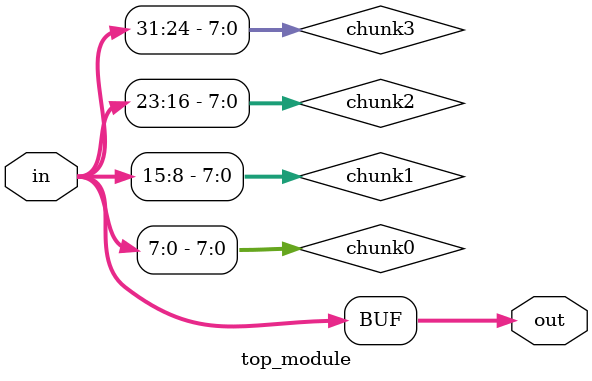
<source format=sv>
module top_module (
  input [31:0] in,
  output [31:0] out
);

  reg [7:0] chunk0;
  reg [7:0] chunk1;
  reg [7:0] chunk2;
  reg [7:0] chunk3;

  always @* begin
    chunk0 = in[7:0];
    chunk1 = in[15:8];
    chunk2 = in[23:16];
    chunk3 = in[31:24];

    out = {chunk3, chunk2, chunk1, chunk0};
  end

endmodule

</source>
